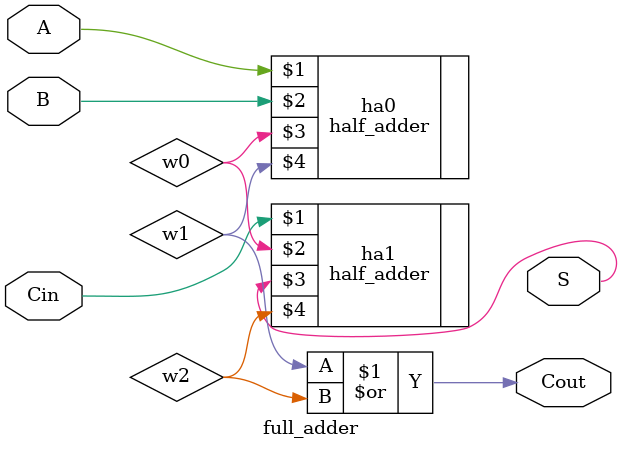
<source format=v>
`timescale 1ns / 1ps

module full_adder(A,B,Cin,S,Cout);
input A, B, Cin;
output S, Cout;
wire w0, w1, w2;
half_adder ha0(A, B, w0, w1);
half_adder ha1(Cin, w0, S, w2);
or(Cout, w1, w2);
endmodule
</source>
